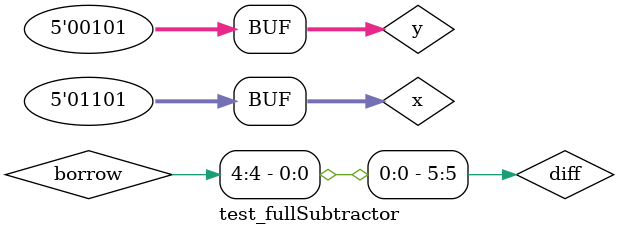
<source format=v>

module halfSubtractor (
    output borrow,   // Empréstimo
    output diff,     // Diferença
    input a,         // Primeiro bit (minuendo)
    input b          // Segundo bit (subtraendo)
);
// Descrever por portas lógicas
xor XOR1 (diff, a, b);   // Diferença: A XOR B
and AND1 (borrow, ~a, b); // Empréstimo: NOT A AND B
endmodule // halfSubtractor

// full subtractor
module fullSubtractor (
    output borrow_out, // Empréstimo de saída
    output diff,       // Diferença
    input a,           // Bit do minuendo
    input b,           // Bit do subtraendo
    input borrow_in    // Empréstimo de entrada
);
// Descrever usando portas e/ou módulos
wire diff_half, borrow_half1, borrow_half2;

// Usar dois half-subtractors para o full subtractor
halfSubtractor HS1 (borrow_half1, diff_half, a, b);
halfSubtractor HS2 (borrow_half2, diff, diff_half, borrow_in);

// Empréstimo final é a soma dos borrows intermediários
or OR1 (borrow_out, borrow_half1, borrow_half2);
endmodule // fullSubtractor

module test_fullSubtractor;

reg [4:0] x;        // Minuendo de 5 bits
reg [4:0] y;        // Subtraendo de 5 bits
wire [4:0] borrow;  // Empréstimos intermediários
wire [5:0] diff;    // Resultado da diferença (5 bits + 1 borrow)

// Instanciar 5 full subtractors para os 5 bits
fullSubtractor FS0 (borrow[0], diff[0], x[0], y[0], 1'b0);
fullSubtractor FS1 (borrow[1], diff[1], x[1], y[1], borrow[0]);
fullSubtractor FS2 (borrow[2], diff[2], x[2], y[2], borrow[1]);
fullSubtractor FS3 (borrow[3], diff[3], x[3], y[3], borrow[2]);
fullSubtractor FS4 (borrow[4], diff[4], x[4], y[4], borrow[3]);

// O bit final da diferença considera o borrow final
assign diff[5] = borrow[4]; // Para indicar se houve um borrow final

// Parte principal
initial begin
    // Projetar teste do subtrator completo
    $monitor("x = %b, y = %b, diff = %b, borrow = %b", x, y, diff[4:0], borrow);

    // Exemplo de teste com 5 bits
    x = 5'b01101;  // Exemplo: 13
    y = 5'b00101;  // Exemplo: 5
    #1;            // Aguarda 1 unidade de tempo
end

endmodule 

</source>
